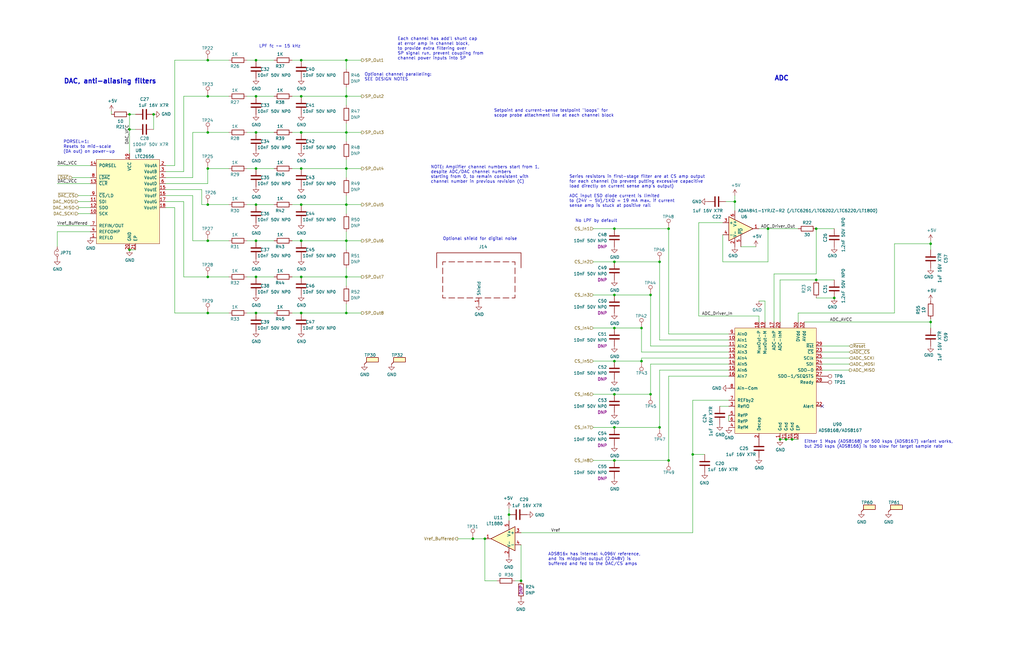
<source format=kicad_sch>
(kicad_sch (version 20211123) (generator eeschema)
  (paper "B")
  (title_block (title "Digital Controls and Voltage Reference") (rev "D3") (company "Martinos Center @ MGH") (comment 1 "Don Straney"))
  (junction (at 146.05 71.12))
  (junction (at 54.61 48.26))
  (junction (at 54.61 54.61))
  (junction (at 281.94 194.31))
  (junction (at 270.51 138.43))
  (junction (at 87.63 86.36))
  (junction (at 331.47 185.42))
  (junction (at 214.63 217.17))
  (junction (at 278.13 180.34))
  (junction (at 351.79 125.73))
  (junction (at 259.08 124.46))
  (junction (at 87.63 40.64))
  (junction (at 87.63 101.6))
  (junction (at 127 71.12))
  (junction (at 278.13 110.49))
  (junction (at 204.47 227.33))
  (junction (at 107.95 40.64))
  (junction (at 259.08 166.37))
  (junction (at 146.05 116.84))
  (junction (at 54.61 105.41))
  (junction (at 107.95 132.08))
  (junction (at 107.95 101.6))
  (junction (at 107.95 86.36))
  (junction (at 146.05 55.88))
  (junction (at 107.95 71.12))
  (junction (at 334.01 185.42))
  (junction (at 127 40.64))
  (junction (at 392.43 135.89))
  (junction (at 292.1 191.77))
  (junction (at 127 25.4))
  (junction (at 127 55.88))
  (junction (at 323.85 96.52))
  (junction (at 274.32 166.37))
  (junction (at 87.63 71.12))
  (junction (at 107.95 116.84))
  (junction (at 274.32 124.46))
  (junction (at 270.51 152.4))
  (junction (at 107.95 55.88))
  (junction (at 199.39 227.33))
  (junction (at 146.05 25.4))
  (junction (at 281.94 96.52))
  (junction (at 259.08 180.34))
  (junction (at 127 116.84))
  (junction (at 87.63 116.84))
  (junction (at 127 132.08))
  (junction (at 87.63 25.4))
  (junction (at 344.17 96.52))
  (junction (at 87.63 132.08))
  (junction (at 127 101.6))
  (junction (at 87.63 55.88))
  (junction (at 127 86.36))
  (junction (at 64.77 48.26))
  (junction (at 259.08 194.31))
  (junction (at 146.05 101.6))
  (junction (at 146.05 40.64))
  (junction (at 259.08 138.43))
  (junction (at 259.08 110.49))
  (junction (at 344.17 118.11))
  (junction (at 107.95 25.4))
  (junction (at 392.43 102.87))
  (junction (at 309.88 85.09))
  (junction (at 259.08 152.4))
  (junction (at 259.08 96.52))
  (junction (at 146.05 86.36))
  (junction (at 219.71 245.11))
  (junction (at 328.93 185.42))
  (junction (at 146.05 132.08))
  (no_connect (at 346.71 171.45))
  (wire (pts (xy 104.14 40.64) (xy 107.95 40.64)))
  (wire (pts (xy 127 40.64) (xy 146.05 40.64)))
  (wire (pts (xy 250.19 180.34) (xy 259.08 180.34)))
  (wire (pts (xy 77.47 116.84) (xy 87.63 116.84)))
  (wire (pts (xy 392.43 101.6) (xy 392.43 102.87)))
  (wire (pts (xy 69.85 77.47) (xy 87.63 77.47)))
  (wire (pts (xy 270.51 148.59) (xy 307.34 148.59)))
  (wire (pts (xy 214.63 214.63) (xy 214.63 217.17)))
  (wire (pts (xy 344.17 115.57) (xy 326.39 115.57)))
  (wire (pts (xy 69.85 69.85) (xy 73.66 69.85)))
  (wire (pts (xy 294.64 93.98) (xy 294.64 133.35)))
  (wire (pts (xy 24.13 77.47) (xy 38.1 77.47)))
  (wire (pts (xy 81.28 82.55) (xy 81.28 101.6)))
  (wire (pts (xy 81.28 101.6) (xy 87.63 101.6)))
  (wire (pts (xy 278.13 143.51) (xy 307.34 143.51)))
  (wire (pts (xy 54.61 54.61) (xy 54.61 64.77)))
  (wire (pts (xy 304.8 99.06) (xy 304.8 110.49)))
  (wire (pts (xy 309.88 85.09) (xy 309.88 88.9)))
  (wire (pts (xy 107.95 40.64) (xy 115.57 40.64)))
  (wire (pts (xy 146.05 82.55) (xy 146.05 86.36)))
  (wire (pts (xy 146.05 29.21) (xy 146.05 25.4)))
  (wire (pts (xy 278.13 110.49) (xy 278.13 143.51)))
  (wire (pts (xy 344.17 125.73) (xy 351.79 125.73)))
  (wire (pts (xy 73.66 69.85) (xy 73.66 25.4)))
  (wire (pts (xy 219.71 224.79) (xy 292.1 224.79)))
  (wire (pts (xy 146.05 116.84) (xy 146.05 120.65)))
  (wire (pts (xy 127 55.88) (xy 146.05 55.88)))
  (wire (pts (xy 259.08 194.31) (xy 281.94 194.31)))
  (wire (pts (xy 331.47 185.42) (xy 334.01 185.42)))
  (wire (pts (xy 259.08 110.49) (xy 278.13 110.49)))
  (wire (pts (xy 85.09 86.36) (xy 87.63 86.36)))
  (wire (pts (xy 38.1 87.63) (xy 33.02 87.63)))
  (wire (pts (xy 344.17 115.57) (xy 344.17 96.52)))
  (wire (pts (xy 392.43 138.43) (xy 392.43 135.89)))
  (wire (pts (xy 146.05 55.88) (xy 152.4 55.88)))
  (wire (pts (xy 46.99 46.99) (xy 46.99 48.26)))
  (wire (pts (xy 336.55 132.08) (xy 336.55 135.89)))
  (wire (pts (xy 123.19 25.4) (xy 127 25.4)))
  (wire (pts (xy 69.85 87.63) (xy 73.66 87.63)))
  (wire (pts (xy 323.85 110.49) (xy 323.85 96.52)))
  (wire (pts (xy 320.04 133.35) (xy 294.64 133.35)))
  (wire (pts (xy 123.19 40.64) (xy 127 40.64)))
  (wire (pts (xy 334.01 185.42) (xy 336.55 185.42)))
  (wire (pts (xy 312.42 104.14) (xy 318.77 104.14)))
  (wire (pts (xy 73.66 87.63) (xy 73.66 132.08)))
  (wire (pts (xy 377.19 132.08) (xy 377.19 102.87)))
  (wire (pts (xy 127 116.84) (xy 146.05 116.84)))
  (wire (pts (xy 107.95 25.4) (xy 115.57 25.4)))
  (wire (pts (xy 146.05 128.27) (xy 146.05 132.08)))
  (wire (pts (xy 297.18 191.77) (xy 292.1 191.77)))
  (wire (pts (xy 322.58 135.89) (xy 322.58 127)))
  (wire (pts (xy 77.47 40.64) (xy 87.63 40.64)))
  (wire (pts (xy 250.19 110.49) (xy 259.08 110.49)))
  (wire (pts (xy 127 71.12) (xy 146.05 71.12)))
  (wire (pts (xy 123.19 86.36) (xy 127 86.36)))
  (wire (pts (xy 127 25.4) (xy 146.05 25.4)))
  (wire (pts (xy 38.1 95.25) (xy 24.13 95.25)))
  (wire (pts (xy 104.14 132.08) (xy 107.95 132.08)))
  (wire (pts (xy 127 132.08) (xy 146.05 132.08)))
  (wire (pts (xy 250.19 152.4) (xy 259.08 152.4)))
  (wire (pts (xy 104.14 101.6) (xy 107.95 101.6)))
  (wire (pts (xy 104.14 55.88) (xy 107.95 55.88)))
  (wire (pts (xy 274.32 166.37) (xy 274.32 153.67)))
  (wire (pts (xy 146.05 97.79) (xy 146.05 101.6)))
  (wire (pts (xy 307.34 175.26) (xy 307.34 177.8)))
  (wire (pts (xy 87.63 86.36) (xy 96.52 86.36)))
  (wire (pts (xy 85.09 80.01) (xy 85.09 86.36)))
  (wire (pts (xy 30.48 74.93) (xy 38.1 74.93)))
  (wire (pts (xy 33.02 90.17) (xy 38.1 90.17)))
  (wire (pts (xy 146.05 116.84) (xy 152.4 116.84)))
  (wire (pts (xy 217.17 245.11) (xy 219.71 245.11)))
  (wire (pts (xy 344.17 96.52) (xy 351.79 96.52)))
  (wire (pts (xy 259.08 124.46) (xy 274.32 124.46)))
  (wire (pts (xy 146.05 44.45) (xy 146.05 40.64)))
  (wire (pts (xy 127 86.36) (xy 146.05 86.36)))
  (wire (pts (xy 209.55 245.11) (xy 204.47 245.11)))
  (wire (pts (xy 344.17 118.11) (xy 351.79 118.11)))
  (wire (pts (xy 274.32 153.67) (xy 307.34 153.67)))
  (wire (pts (xy 270.51 151.13) (xy 307.34 151.13)))
  (wire (pts (xy 87.63 25.4) (xy 96.52 25.4)))
  (wire (pts (xy 107.95 132.08) (xy 115.57 132.08)))
  (wire (pts (xy 346.71 148.59) (xy 358.14 148.59)))
  (wire (pts (xy 199.39 227.33) (xy 193.04 227.33)))
  (wire (pts (xy 87.63 77.47) (xy 87.63 71.12)))
  (wire (pts (xy 304.8 110.49) (xy 323.85 110.49)))
  (wire (pts (xy 214.63 217.17) (xy 214.63 219.71)))
  (wire (pts (xy 146.05 113.03) (xy 146.05 116.84)))
  (wire (pts (xy 81.28 55.88) (xy 87.63 55.88)))
  (wire (pts (xy 259.08 96.52) (xy 281.94 96.52)))
  (wire (pts (xy 278.13 156.21) (xy 307.34 156.21)))
  (wire (pts (xy 320.04 135.89) (xy 320.04 133.35)))
  (wire (pts (xy 107.95 55.88) (xy 115.57 55.88)))
  (wire (pts (xy 146.05 86.36) (xy 146.05 90.17)))
  (wire (pts (xy 54.61 48.26) (xy 54.61 54.61)))
  (wire (pts (xy 104.14 116.84) (xy 107.95 116.84)))
  (wire (pts (xy 87.63 71.12) (xy 96.52 71.12)))
  (wire (pts (xy 259.08 166.37) (xy 274.32 166.37)))
  (wire (pts (xy 336.55 132.08) (xy 377.19 132.08)))
  (wire (pts (xy 281.94 140.97) (xy 281.94 96.52)))
  (wire (pts (xy 77.47 85.09) (xy 77.47 116.84)))
  (wire (pts (xy 73.66 132.08) (xy 87.63 132.08)))
  (wire (pts (xy 346.71 151.13) (xy 358.14 151.13)))
  (wire (pts (xy 77.47 72.39) (xy 77.47 40.64)))
  (wire (pts (xy 270.51 151.13) (xy 270.51 152.4)))
  (wire (pts (xy 123.19 55.88) (xy 127 55.88)))
  (wire (pts (xy 303.53 171.45) (xy 307.34 171.45)))
  (wire (pts (xy 123.19 71.12) (xy 127 71.12)))
  (wire (pts (xy 358.14 146.05) (xy 346.71 146.05)))
  (wire (pts (xy 107.95 116.84) (xy 115.57 116.84)))
  (wire (pts (xy 64.77 54.61) (xy 64.77 48.26)))
  (wire (pts (xy 328.93 118.11) (xy 344.17 118.11)))
  (wire (pts (xy 146.05 71.12) (xy 146.05 74.93)))
  (wire (pts (xy 127 101.6) (xy 146.05 101.6)))
  (wire (pts (xy 107.95 71.12) (xy 115.57 71.12)))
  (wire (pts (xy 250.19 194.31) (xy 259.08 194.31)))
  (wire (pts (xy 274.32 146.05) (xy 274.32 124.46)))
  (wire (pts (xy 146.05 52.07) (xy 146.05 55.88)))
  (wire (pts (xy 250.19 124.46) (xy 259.08 124.46)))
  (wire (pts (xy 146.05 101.6) (xy 146.05 105.41)))
  (wire (pts (xy 87.63 40.64) (xy 96.52 40.64)))
  (wire (pts (xy 146.05 86.36) (xy 152.4 86.36)))
  (wire (pts (xy 146.05 132.08) (xy 152.4 132.08)))
  (wire (pts (xy 339.09 135.89) (xy 392.43 135.89)))
  (wire (pts (xy 250.19 96.52) (xy 259.08 96.52)))
  (wire (pts (xy 392.43 105.41) (xy 392.43 102.87)))
  (wire (pts (xy 87.63 116.84) (xy 96.52 116.84)))
  (wire (pts (xy 24.13 97.79) (xy 38.1 97.79)))
  (wire (pts (xy 307.34 158.75) (xy 281.94 158.75)))
  (wire (pts (xy 294.64 93.98) (xy 304.8 93.98)))
  (wire (pts (xy 204.47 227.33) (xy 204.47 245.11)))
  (wire (pts (xy 270.51 148.59) (xy 270.51 138.43)))
  (wire (pts (xy 87.63 55.88) (xy 96.52 55.88)))
  (wire (pts (xy 309.88 82.55) (xy 309.88 85.09)))
  (wire (pts (xy 306.07 85.09) (xy 309.88 85.09)))
  (wire (pts (xy 73.66 25.4) (xy 87.63 25.4)))
  (wire (pts (xy 146.05 67.31) (xy 146.05 71.12)))
  (wire (pts (xy 104.14 86.36) (xy 107.95 86.36)))
  (wire (pts (xy 250.19 166.37) (xy 259.08 166.37)))
  (wire (pts (xy 123.19 132.08) (xy 127 132.08)))
  (wire (pts (xy 146.05 36.83) (xy 146.05 40.64)))
  (wire (pts (xy 278.13 156.21) (xy 278.13 180.34)))
  (wire (pts (xy 24.13 69.85) (xy 38.1 69.85)))
  (wire (pts (xy 292.1 224.79) (xy 292.1 191.77)))
  (wire (pts (xy 123.19 101.6) (xy 127 101.6)))
  (wire (pts (xy 323.85 96.52) (xy 320.04 96.52)))
  (wire (pts (xy 259.08 138.43) (xy 270.51 138.43)))
  (wire (pts (xy 146.05 101.6) (xy 152.4 101.6)))
  (wire (pts (xy 250.19 138.43) (xy 259.08 138.43)))
  (wire (pts (xy 87.63 132.08) (xy 96.52 132.08)))
  (wire (pts (xy 219.71 229.87) (xy 219.71 245.11)))
  (wire (pts (xy 328.93 135.89) (xy 328.93 118.11)))
  (wire (pts (xy 146.05 40.64) (xy 152.4 40.64)))
  (wire (pts (xy 57.15 54.61) (xy 54.61 54.61)))
  (wire (pts (xy 57.15 105.41) (xy 54.61 105.41)))
  (wire (pts (xy 259.08 180.34) (xy 278.13 180.34)))
  (wire (pts (xy 69.85 74.93) (xy 81.28 74.93)))
  (wire (pts (xy 322.58 127) (xy 320.04 127)))
  (wire (pts (xy 87.63 101.6) (xy 96.52 101.6)))
  (wire (pts (xy 292.1 191.77) (xy 292.1 168.91)))
  (wire (pts (xy 259.08 152.4) (xy 270.51 152.4)))
  (wire (pts (xy 346.71 156.21) (xy 358.14 156.21)))
  (wire (pts (xy 292.1 168.91) (xy 307.34 168.91)))
  (wire (pts (xy 346.71 153.67) (xy 358.14 153.67)))
  (wire (pts (xy 326.39 115.57) (xy 326.39 135.89)))
  (wire (pts (xy 281.94 140.97) (xy 307.34 140.97)))
  (wire (pts (xy 146.05 55.88) (xy 146.05 59.69)))
  (wire (pts (xy 33.02 82.55) (xy 38.1 82.55)))
  (wire (pts (xy 392.43 134.62) (xy 392.43 135.89)))
  (wire (pts (xy 204.47 227.33) (xy 199.39 227.33)))
  (wire (pts (xy 81.28 74.93) (xy 81.28 55.88)))
  (wire (pts (xy 107.95 86.36) (xy 115.57 86.36)))
  (wire (pts (xy 57.15 48.26) (xy 54.61 48.26)))
  (wire (pts (xy 146.05 71.12) (xy 152.4 71.12)))
  (wire (pts (xy 107.95 101.6) (xy 115.57 101.6)))
  (wire (pts (xy 281.94 194.31) (xy 281.94 158.75)))
  (wire (pts (xy 274.32 146.05) (xy 307.34 146.05)))
  (wire (pts (xy 69.85 80.01) (xy 85.09 80.01)))
  (wire (pts (xy 323.85 96.52) (xy 336.55 96.52)))
  (wire (pts (xy 69.85 85.09) (xy 77.47 85.09)))
  (wire (pts (xy 69.85 72.39) (xy 77.47 72.39)))
  (wire (pts (xy 377.19 102.87) (xy 392.43 102.87)))
  (wire (pts (xy 104.14 71.12) (xy 107.95 71.12)))
  (wire (pts (xy 123.19 116.84) (xy 127 116.84)))
  (wire (pts (xy 24.13 104.14) (xy 24.13 97.79)))
  (wire (pts (xy 33.02 85.09) (xy 38.1 85.09)))
  (wire (pts (xy 146.05 25.4) (xy 152.4 25.4)))
  (wire (pts (xy 328.93 185.42) (xy 331.47 185.42)))
  (wire (pts (xy 69.85 82.55) (xy 81.28 82.55)))
  (wire (pts (xy 104.14 25.4) (xy 107.95 25.4)))
  (text "No LPF by default" (at 242.57 93.98 0) (effects (font (size 1.27 1.27)) (justify left bottom)))
  (text "Series resistors in first-stage filter are at CS amp output\nfor each channel (to prevent putting excessive capacitive\nload directly on current sense amp's output)\n\nADC input ESD diode current is limited\nto (24V - 5V)/1KΩ = 19 mA max. if current\nsense amp is stuck at positive rail" (at 240.03 87.63 0) (effects (font (size 1.27 1.27)) (justify left bottom)))
  (text "ADC" (at 332.74 34.29 180) (effects (font (size 2.0066 2.0066) (thickness 0.4013) bold) (justify right bottom)))
  (text "Either 1 Msps (ADS8168) or 500 ksps (ADS8167) variant works,\nbut 250 ksps (ADS8166) is too slow for target sample rate" (at 339.09 189.23 0) (effects (font (size 1.27 1.27)) (justify left bottom)))
  (text "Each channel has add'l shunt cap\nat error amp in channel block,\nto provide extra filtering over\nSP signal run, prevent coupling from\nchannel power inputs into SP" (at 167.64 25.4 0) (effects (font (size 1.27 1.27)) (justify left bottom)))
  (text "Setpoint and current-sense testpoint \"loops\" for\nscope probe attachment live at each channel block" (at 208.28 49.53 0) (effects (font (size 1.27 1.27)) (justify left bottom)))
  (text "DAC, anti-aliasing filters" (at 66.04 35.56 180) (effects (font (size 2.0066 2.0066) (thickness 0.4013) bold) (justify right bottom)))
  (text "NOTE: Amplifier channel numbers start from 1,\ndespite ADC/DAC channel numbers\nstarting from 0, to remain consistent with\nchannel number in previous revision (C)" (at 181.61 77.47 0) (effects (font (size 1.27 1.27)) (justify left bottom)))
  (text "Optional shield for digital noise" (at 186.69 101.6 0) (effects (font (size 1.27 1.27)) (justify left bottom)))
  (text "Optional channel paralleling:\nSEE DESIGN NOTES" (at 153.67 34.29 0) (effects (font (size 1.27 1.27)) (justify left bottom)))
  (text "LPF fc ~= 15 kHz" (at 109.22 20.32 0) (effects (font (size 1.27 1.27)) (justify left bottom)))
  (text "ADS816x has internal 4.096V reference,\nand its midpoint output (2.048V) is\nbuffered and fed to the DAC/CS amps" (at 231.14 238.76 0) (effects (font (size 1.27 1.27)) (justify left bottom)))
  (text "PORSEL=1:\nResets to mid-scale\n(0A out) on power-up" (at 26.67 64.77 0) (effects (font (size 1.27 1.27)) (justify left bottom)))
  (label "DAC_VCC" (at 24.13 77.47 0))
  (label "ADC_Driver_Out" (at 335.28 96.52 180))
  (label "DAC_VCC" (at 24.13 69.85 0))
  (label "Vref_Buffered" (at 24.13 95.25 0))
  (label "ADC_AVCC" (at 359.41 135.89 180))
  (label "ADC_Driver_In" (at 295.91 133.35 0))
  (label "DAC_VCC" (at 54.61 60.96 90))
  (label "Vref" (at 236.22 224.79 180))
  (hierarchical_label "Vref_Buffered" (shape output) (at 193.04 227.33 180))
  (hierarchical_label "SP_Out4" (shape output) (at 152.4 71.12 0))
  (hierarchical_label "~{DAC_CS}" (shape input) (at 33.02 82.55 180))
  (hierarchical_label "ADC_SCKI" (shape input) (at 358.14 151.13 0))
  (hierarchical_label "CS_In7" (shape input) (at 250.19 180.34 180))
  (hierarchical_label "DAC_MISO" (shape output) (at 33.02 87.63 180))
  (hierarchical_label "ADC_MOSI" (shape input) (at 358.14 153.67 0))
  (hierarchical_label "CS_In3" (shape input) (at 250.19 124.46 180))
  (hierarchical_label "~{LDAC}" (shape input) (at 30.48 74.93 180))
  (hierarchical_label "CS_In2" (shape input) (at 250.19 110.49 180))
  (hierarchical_label "CS_In1" (shape input) (at 250.19 96.52 180))
  (hierarchical_label "SP_Out5" (shape output) (at 152.4 86.36 0))
  (hierarchical_label "SP_Out8" (shape output) (at 152.4 132.08 0))
  (hierarchical_label "SP_Out7" (shape output) (at 152.4 116.84 0))
  (hierarchical_label "DAC_MOSI" (shape input) (at 33.02 85.09 180))
  (hierarchical_label "CS_In4" (shape input) (at 250.19 138.43 180))
  (hierarchical_label "CS_In5" (shape input) (at 250.19 152.4 180))
  (hierarchical_label "ADC_MISO" (shape output) (at 358.14 156.21 0))
  (hierarchical_label "SP_Out2" (shape output) (at 152.4 40.64 0))
  (hierarchical_label "SP_Out1" (shape output) (at 152.4 25.4 0))
  (hierarchical_label "SP_Out6" (shape output) (at 152.4 101.6 0))
  (hierarchical_label "DAC_SCKI" (shape input) (at 33.02 90.17 180))
  (hierarchical_label "~{ADC_CS}" (shape input) (at 358.14 148.59 0))
  (hierarchical_label "CS_In6" (shape input) (at 250.19 166.37 180))
  (hierarchical_label "CS_In8" (shape input) (at 250.19 194.31 180))
  (hierarchical_label "~{Reset}" (shape input) (at 358.14 146.05 0))
  (hierarchical_label "SP_Out3" (shape output) (at 152.4 55.88 0))
  (symbol (lib_id "power:+5V") (at 46.99 46.99 0) (unit 1)
    (property "Reference" "#PWR0157" (effects hide))
    (property "Value" "+5V" (at 47.371 42.5958 0))
  )
  (symbol (lib_id "Device:C") (at 60.96 54.61 270) (unit 1)
    (property "Reference" "C28" (at 60.96 58.42 90))
    (property "Value" "100nF 50V X7R" (at 63.5 60.96 90))
    (property "Footprint" "Capacitor_SMD:C_0603_1608Metric" (effects hide))
    (property "Type" "SMT" (effects hide))
    (property "Manufacturer" "Kemet" (effects hide))
    (property "Part Number" "C0603C104K5RACTU" (effects hide))
  )
  (symbol (lib_id "Device:C") (at 392.43 142.24 0) (mirror x) (unit 1)
    (property "Reference" "C59" (at 398.8308 142.24 90))
    (property "Value" "1uF 16V X7R" (at 396.24 146.05 90))
    (property "Footprint" "Capacitor_SMD:C_0603_1608Metric" (effects hide))
    (property "Manufacturer" "Kemet" (effects hide))
    (property "Part Number" "C0603C105K4RACTU" (effects hide))
    (property "Type" "SMT" (effects hide))
  )
  (symbol (lib_id "Device:R") (at 50.8 48.26 90) (unit 1)
    (property "Reference" "R21" (at 50.8 53.5178 90))
    (property "Value" "10" (at 50.8 51.2064 90))
    (property "Footprint" "Resistor_SMD:R_0805_2012Metric" (effects hide))
    (property "Type" "SMT" (effects hide))
    (property "Manufacturer" "KOA Speer" (effects hide))
    (property "Part Number" "RK73H2ATTD10R0F" (effects hide))
  )
  (symbol (lib_id "Device:R") (at 392.43 130.81 0) (unit 1)
    (property "Reference" "R55" (at 387.1722 130.81 90))
    (property "Value" "10" (at 389.4836 130.81 90))
    (property "Footprint" "Resistor_SMD:R_0805_2012Metric" (effects hide))
    (property "Type" "SMT" (effects hide))
    (property "Manufacturer" "KOA Speer" (effects hide))
    (property "Part Number" "RK73H2ATTD10R0F" (effects hide))
  )
  (symbol (lib_id "Device:C") (at 60.96 48.26 270) (mirror x) (unit 1)
    (property "Reference" "C27" (at 60.96 41.8592 90))
    (property "Value" "1uF 16V X7R" (at 64.77 44.45 90))
    (property "Footprint" "Capacitor_SMD:C_0603_1608Metric" (effects hide))
    (property "Manufacturer" "Kemet" (effects hide))
    (property "Part Number" "C0603C105K4RACTU" (effects hide))
    (property "Type" "SMT" (effects hide))
  )
  (symbol (lib_id "Amplifier_Operational:MCP601-xOT") (at 212.09 227.33 0) (mirror y) (unit 1)
    (property "Reference" "U11" (at 212.09 218.44 0) (effects (justify left)))
    (property "Value" "LT1880" (at 212.09 220.98 0) (effects (justify left)))
    (property "Footprint" "Martinos_std:SOT-23-5" (effects hide))
    (property "Manufacturer" "Linear Technology/Analog Devices" (effects hide))
    (property "Part Number" "LT1880IS5#TRMPBF" (effects hide))
    (property "Type" "SMT" (effects hide))
  )
  (symbol (lib_id "Device:C") (at 218.44 217.17 90) (unit 1)
    (property "Reference" "C29" (at 220.98 210.82 90))
    (property "Value" "1uF 16V X7R" (at 222.25 213.36 90))
    (property "Footprint" "Capacitor_SMD:C_0603_1608Metric" (effects hide))
    (property "Manufacturer" "Kemet" (effects hide))
    (property "Part Number" "C0603C105K4RACTU" (effects hide))
    (property "Type" "SMT" (effects hide))
  )
  (symbol (lib_id "power:+5V") (at 214.63 214.63 0) (mirror y) (unit 1)
    (property "Reference" "#PWR0161" (effects hide))
    (property "Value" "+5V" (at 214.249 210.2358 0))
  )
  (symbol (lib_id "Device:R") (at 213.36 245.11 90) (unit 1)
    (property "Reference" "R36" (at 214.63 242.57 90))
    (property "Value" "0" (at 210.82 242.57 90))
    (property "Footprint" "Resistor_SMD:R_0805_2012Metric" (effects hide))
    (property "Type" "SMT" (effects hide))
    (property "Manufacturer" "Keystone" (effects hide))
    (property "Part Number" "5106" (effects hide))
  )
  (symbol (lib_id "Device:R") (at 219.71 248.92 0) (unit 1)
    (property "Reference" "R24" (at 223.52 247.65 0))
    (property "Value" "DNP" (at 223.52 250.19 0))
    (property "Footprint" "Resistor_SMD:R_0805_2012Metric" (effects hide))
    (property "DNP" "DNP" (at 219.71 248.92 90))
    (property "Type" "SMT" (effects hide))
  )
  (symbol (lib_id "amp-ctrl-rescue:LTC2656-Martinos") (at 54.61 83.82 0) (unit 1)
    (property "Reference" "U8" (at 58.42 63.5 0))
    (property "Value" "LTC2656" (at 60.96 66.04 0))
    (property "Footprint" "Martinos:SSOP-20-1EP_4.4x6.5mm_P0.65mm" (effects hide))
    (property "Manufacturer" "Linear Technology/Analog Devices" (effects hide))
    (property "Part Number" "LTC2656BCFE-L16#PBF" (effects hide))
    (property "Type" "SMT" (effects hide))
    (property "Manufacturer Alt." "Linear Technology/Analog Devices" (effects hide))
    (property "Part Number Alt." "LTC2656BCFE-H16#PBF, LTC2656BIFE-L16#PBF, LTC2656BIFE-H16#PBF" (effects hide))
  )
  (symbol (lib_id "Connector:TestPoint") (at 281.94 96.52 0) (unit 1) (in_bom no)
    (property "Reference" "TP48" (at 279.4 91.44 0) (effects (justify left)))
    (property "Value" "TestPoint_Flag" (effects hide))
    (property "Footprint" "TestPoint:TestPoint_Pad_1.0x1.0mm" (effects hide))
  )
  (symbol (lib_id "Connector:TestPoint") (at 278.13 110.49 0) (unit 1) (in_bom no)
    (property "Reference" "TP46" (at 275.59 105.41 0) (effects (justify left)))
    (property "Value" "TestPoint_Flag" (effects hide))
    (property "Footprint" "TestPoint:TestPoint_Pad_1.0x1.0mm" (effects hide))
  )
  (symbol (lib_id "Connector:TestPoint") (at 274.32 124.46 0) (unit 1) (in_bom no)
    (property "Reference" "TP44" (at 271.78 119.38 0) (effects (justify left)))
    (property "Value" "TestPoint_Flag" (effects hide))
    (property "Footprint" "TestPoint:TestPoint_Pad_1.0x1.0mm" (effects hide))
  )
  (symbol (lib_id "Connector:TestPoint") (at 270.51 138.43 0) (unit 1) (in_bom no)
    (property "Reference" "TP42" (at 267.97 133.35 0) (effects (justify left)))
    (property "Value" "TestPoint_Flag" (effects hide))
    (property "Footprint" "TestPoint:TestPoint_Pad_1.0x1.0mm" (effects hide))
  )
  (symbol (lib_id "Connector:TestPoint") (at 270.51 152.4 180) (unit 1) (in_bom no)
    (property "Reference" "TP43" (at 273.05 157.48 0) (effects (justify left)))
    (property "Value" "TestPoint_Flag" (effects hide))
    (property "Footprint" "TestPoint:TestPoint_Pad_1.0x1.0mm" (effects hide))
  )
  (symbol (lib_id "Connector:TestPoint") (at 274.32 166.37 180) (unit 1) (in_bom no)
    (property "Reference" "TP45" (at 276.86 171.45 0) (effects (justify left)))
    (property "Value" "TestPoint_Flag" (effects hide))
    (property "Footprint" "TestPoint:TestPoint_Pad_1.0x1.0mm" (effects hide))
  )
  (symbol (lib_id "Connector:TestPoint") (at 278.13 180.34 180) (unit 1) (in_bom no)
    (property "Reference" "TP47" (at 280.67 185.42 0) (effects (justify left)))
    (property "Value" "TestPoint_Flag" (effects hide))
    (property "Footprint" "TestPoint:TestPoint_Pad_1.0x1.0mm" (effects hide))
  )
  (symbol (lib_id "Connector:TestPoint") (at 281.94 194.31 180) (unit 1) (in_bom no)
    (property "Reference" "TP49" (at 284.48 199.39 0) (effects (justify left)))
    (property "Value" "TestPoint_Flag" (effects hide))
    (property "Footprint" "TestPoint:TestPoint_Pad_1.0x1.0mm" (effects hide))
  )
  (symbol (lib_id "Device:C") (at 259.08 100.33 180) (unit 1)
    (property "Reference" "C48" (at 254 99.06 0))
    (property "Value" "10nF 50V NP0" (at 248.92 101.6 0))
    (property "Footprint" "Capacitor_SMD:C_0603_1608Metric" (effects hide))
    (property "Type" "SMT" (effects hide))
    (property "Manufacturer" "Murata" (effects hide))
    (property "Part Number" "GRM1885C1H103JA01D" (effects hide))
    (property "DNP" "DNP" (at 254 104.14 0))
  )
  (symbol (lib_id "Device:C") (at 259.08 114.3 180) (unit 1)
    (property "Reference" "C49" (at 254 113.03 0))
    (property "Value" "10nF 50V NP0" (at 248.92 115.57 0))
    (property "Footprint" "Capacitor_SMD:C_0603_1608Metric" (effects hide))
    (property "Type" "SMT" (effects hide))
    (property "Manufacturer" "Murata" (effects hide))
    (property "Part Number" "GRM1885C1H103JA01D" (effects hide))
    (property "DNP" "DNP" (at 254 118.11 0))
  )
  (symbol (lib_id "Device:C") (at 259.08 128.27 180) (unit 1)
    (property "Reference" "C50" (at 254 127 0))
    (property "Value" "10nF 50V NP0" (at 248.92 129.54 0))
    (property "Footprint" "Capacitor_SMD:C_0603_1608Metric" (effects hide))
    (property "Type" "SMT" (effects hide))
    (property "Manufacturer" "Murata" (effects hide))
    (property "Part Number" "GRM1885C1H103JA01D" (effects hide))
    (property "DNP" "DNP" (at 254 132.08 0))
  )
  (symbol (lib_id "Device:C") (at 259.08 142.24 180) (unit 1)
    (property "Reference" "C51" (at 254 140.97 0))
    (property "Value" "10nF 50V NP0" (at 248.92 143.51 0))
    (property "Footprint" "Capacitor_SMD:C_0603_1608Metric" (effects hide))
    (property "Type" "SMT" (effects hide))
    (property "Manufacturer" "Murata" (effects hide))
    (property "Part Number" "GRM1885C1H103JA01D" (effects hide))
    (property "DNP" "DNP" (at 254 146.05 0))
  )
  (symbol (lib_id "Device:C") (at 259.08 156.21 180) (unit 1)
    (property "Reference" "C52" (at 254 154.94 0))
    (property "Value" "10nF 50V NP0" (at 248.92 157.48 0))
    (property "Footprint" "Capacitor_SMD:C_0603_1608Metric" (effects hide))
    (property "Type" "SMT" (effects hide))
    (property "Manufacturer" "Murata" (effects hide))
    (property "Part Number" "GRM1885C1H103JA01D" (effects hide))
    (property "DNP" "DNP" (at 254 160.02 0))
  )
  (symbol (lib_id "Device:C") (at 259.08 170.18 180) (unit 1)
    (property "Reference" "C53" (at 254 168.91 0))
    (property "Value" "10nF 50V NP0" (at 248.92 171.45 0))
    (property "Footprint" "Capacitor_SMD:C_0603_1608Metric" (effects hide))
    (property "Type" "SMT" (effects hide))
    (property "Manufacturer" "Murata" (effects hide))
    (property "Part Number" "GRM1885C1H103JA01D" (effects hide))
    (property "DNP" "DNP" (at 254 173.99 0))
  )
  (symbol (lib_id "Device:C") (at 259.08 184.15 180) (unit 1)
    (property "Reference" "C54" (at 254 182.88 0))
    (property "Value" "10nF 50V NP0" (at 248.92 185.42 0))
    (property "Footprint" "Capacitor_SMD:C_0603_1608Metric" (effects hide))
    (property "Type" "SMT" (effects hide))
    (property "Manufacturer" "Murata" (effects hide))
    (property "Part Number" "GRM1885C1H103JA01D" (effects hide))
    (property "DNP" "DNP" (at 254 187.96 0))
  )
  (symbol (lib_id "Device:C") (at 259.08 198.12 180) (unit 1)
    (property "Reference" "C55" (at 254 196.85 0))
    (property "Value" "10nF 50V NP0" (at 248.92 199.39 0))
    (property "Footprint" "Capacitor_SMD:C_0603_1608Metric" (effects hide))
    (property "Type" "SMT" (effects hide))
    (property "Manufacturer" "Murata" (effects hide))
    (property "Part Number" "GRM1885C1H103JA01D" (effects hide))
    (property "DNP" "DNP" (at 254 201.93 0))
  )
  (symbol (lib_id "amp-ctrl-rescue:Jumper_NC_Small-Device") (at 24.13 106.68 90) (unit 1) (in_bom no)
    (property "Reference" "JP71" (at 25.3492 106.68 90) (effects (justify right)))
    (property "Value" "Jumper_NC_Small" (effects hide))
    (property "Footprint" "Jumper:SolderJumper-2_P1.3mm_Bridged_RoundedPad1.0x1.5mm" (effects hide))
  )
  (symbol (lib_id "Connector:TestPoint_Flag") (at 363.22 215.9 0) (unit 1)
    (property "Reference" "TP60" (at 363.22 212.09 0) (effects (justify left)))
    (property "Value" "TestPoint_Flag" (effects hide))
    (property "Footprint" "TestPoint:TestPoint_Keystone_5019_Minature" (effects hide))
    (property "Type" "SMT" (effects hide))
    (property "Manufacturer" "Keystone" (effects hide))
    (property "Part Number" "5019" (effects hide))
  )
  (symbol (lib_id "power:GND") (at 363.22 215.9 0) (unit 1)
    (property "Reference" "#PWR0169" (effects hide))
    (property "Value" "GND" (at 363.347 220.2942 0))
  )
  (symbol (lib_id "Connector:TestPoint_Flag") (at 374.65 215.9 0) (unit 1)
    (property "Reference" "TP61" (at 374.65 212.09 0) (effects (justify left)))
    (property "Value" "TestPoint_Flag" (effects hide))
    (property "Footprint" "TestPoint:TestPoint_Keystone_5019_Minature" (effects hide))
    (property "Type" "SMT" (effects hide))
    (property "Manufacturer" "Keystone" (effects hide))
    (property "Part Number" "5019" (effects hide))
  )
  (symbol (lib_id "power:GND") (at 374.65 215.9 0) (unit 1)
    (property "Reference" "#PWR0170" (effects hide))
    (property "Value" "GND" (at 374.777 220.2942 0))
  )
  (symbol (lib_id "power:GND") (at 392.43 146.05 0) (unit 1)
    (property "Reference" "#PWR0173" (effects hide))
    (property "Value" "GND" (at 393.7 149.86 0) (effects (justify right)))
  )
  (symbol (lib_id "power:GND") (at 259.08 104.14 0) (unit 1)
    (property "Reference" "#PWR0174" (effects hide))
    (property "Value" "GND" (at 259.207 108.5342 0))
  )
  (symbol (lib_id "power:GND") (at 259.08 118.11 0) (unit 1)
    (property "Reference" "#PWR0175" (effects hide))
    (property "Value" "GND" (at 259.207 122.5042 0))
  )
  (symbol (lib_id "power:GND") (at 259.08 132.08 0) (unit 1)
    (property "Reference" "#PWR0176" (effects hide))
    (property "Value" "GND" (at 259.207 136.4742 0))
  )
  (symbol (lib_id "power:GND") (at 259.08 146.05 0) (unit 1)
    (property "Reference" "#PWR0177" (effects hide))
    (property "Value" "GND" (at 259.207 150.4442 0))
  )
  (symbol (lib_id "power:GND") (at 259.08 160.02 0) (unit 1)
    (property "Reference" "#PWR0178" (effects hide))
    (property "Value" "GND" (at 259.207 164.4142 0))
  )
  (symbol (lib_id "power:GND") (at 259.08 173.99 0) (unit 1)
    (property "Reference" "#PWR0179" (effects hide))
    (property "Value" "GND" (at 259.207 178.3842 0))
  )
  (symbol (lib_id "power:GND") (at 259.08 187.96 0) (unit 1)
    (property "Reference" "#PWR0180" (effects hide))
    (property "Value" "GND" (at 259.207 192.3542 0))
  )
  (symbol (lib_id "power:GND") (at 259.08 201.93 0) (unit 1)
    (property "Reference" "#PWR0181" (effects hide))
    (property "Value" "GND" (at 259.207 206.3242 0))
  )
  (symbol (lib_id "Connector:TestPoint") (at 87.63 25.4 0) (unit 1) (in_bom no)
    (property "Reference" "TP22" (at 85.09 20.32 0) (effects (justify left)))
    (property "Value" "TestPoint_Flag" (effects hide))
    (property "Footprint" "TestPoint:TestPoint_Pad_1.0x1.0mm" (effects hide))
  )
  (symbol (lib_id "Device:R") (at 100.33 25.4 90) (unit 1)
    (property "Reference" "R26" (at 99.06 27.94 90))
    (property "Value" "1K" (at 99.06 22.86 90))
    (property "Footprint" "Resistor_SMD:R_0805_2012Metric" (effects hide))
    (property "Type" "SMT" (effects hide))
    (property "Manufacturer" "KOA Speer" (effects hide))
    (property "Part Number" "RK73H2ATTDD1001F" (effects hide))
  )
  (symbol (lib_id "Device:C") (at 107.95 29.21 180) (unit 1)
    (property "Reference" "C32" (at 111.76 29.21 0))
    (property "Value" "10nF 50V NP0" (at 115.57 31.75 0))
    (property "Footprint" "Capacitor_SMD:C_0603_1608Metric" (effects hide))
    (property "Type" "SMT" (effects hide))
    (property "Manufacturer" "Murata" (effects hide))
    (property "Part Number" "GRM1885C1H103JA01D" (effects hide))
  )
  (symbol (lib_id "power:GND") (at 107.95 33.02 0) (unit 1)
    (property "Reference" "#PWR0182" (effects hide))
    (property "Value" "GND" (at 108.077 37.4142 0))
  )
  (symbol (lib_id "Device:R") (at 119.38 25.4 90) (unit 1)
    (property "Reference" "R37" (at 118.11 27.94 90))
    (property "Value" "1K" (at 118.11 22.86 90))
    (property "Footprint" "Resistor_SMD:R_0805_2012Metric" (effects hide))
    (property "Type" "SMT" (effects hide))
    (property "Manufacturer" "KOA Speer" (effects hide))
    (property "Part Number" "RK73H2ATTDD1001F" (effects hide))
  )
  (symbol (lib_id "Device:C") (at 127 29.21 180) (unit 1)
    (property "Reference" "C40" (at 130.81 29.21 0))
    (property "Value" "10nF 50V NP0" (at 134.62 31.75 0))
    (property "Footprint" "Capacitor_SMD:C_0603_1608Metric" (effects hide))
    (property "Type" "SMT" (effects hide))
    (property "Manufacturer" "Murata" (effects hide))
    (property "Part Number" "GRM1885C1H103JA01D" (effects hide))
  )
  (symbol (lib_id "power:GND") (at 127 33.02 0) (unit 1)
    (property "Reference" "#PWR0183" (effects hide))
    (property "Value" "GND" (at 127.127 37.4142 0))
  )
  (symbol (lib_id "Connector:TestPoint") (at 87.63 40.64 0) (unit 1) (in_bom no)
    (property "Reference" "TP23" (at 85.09 35.56 0) (effects (justify left)))
    (property "Value" "TestPoint_Flag" (effects hide))
    (property "Footprint" "TestPoint:TestPoint_Pad_1.0x1.0mm" (effects hide))
  )
  (symbol (lib_id "Device:R") (at 100.33 40.64 90) (unit 1)
    (property "Reference" "R27" (at 99.06 43.18 90))
    (property "Value" "1K" (at 99.06 38.1 90))
    (property "Footprint" "Resistor_SMD:R_0805_2012Metric" (effects hide))
    (property "Type" "SMT" (effects hide))
    (property "Manufacturer" "KOA Speer" (effects hide))
    (property "Part Number" "RK73H2ATTDD1001F" (effects hide))
  )
  (symbol (lib_id "Device:C") (at 107.95 44.45 180) (unit 1)
    (property "Reference" "C33" (at 111.76 44.45 0))
    (property "Value" "10nF 50V NP0" (at 115.57 46.99 0))
    (property "Footprint" "Capacitor_SMD:C_0603_1608Metric" (effects hide))
    (property "Type" "SMT" (effects hide))
    (property "Manufacturer" "Murata" (effects hide))
    (property "Part Number" "GRM1885C1H103JA01D" (effects hide))
  )
  (symbol (lib_id "power:GND") (at 107.95 48.26 0) (unit 1)
    (property "Reference" "#PWR0184" (effects hide))
    (property "Value" "GND" (at 108.077 52.6542 0))
  )
  (symbol (lib_id "Device:R") (at 119.38 40.64 90) (unit 1)
    (property "Reference" "R38" (at 118.11 43.18 90))
    (property "Value" "1K" (at 118.11 38.1 90))
    (property "Footprint" "Resistor_SMD:R_0805_2012Metric" (effects hide))
    (property "Type" "SMT" (effects hide))
    (property "Manufacturer" "KOA Speer" (effects hide))
    (property "Part Number" "RK73H2ATTDD1001F" (effects hide))
  )
  (symbol (lib_id "Device:C") (at 127 44.45 180) (unit 1)
    (property "Reference" "C41" (at 130.81 44.45 0))
    (property "Value" "10nF 50V NP0" (at 134.62 46.99 0))
    (property "Footprint" "Capacitor_SMD:C_0603_1608Metric" (effects hide))
    (property "Type" "SMT" (effects hide))
    (property "Manufacturer" "Murata" (effects hide))
    (property "Part Number" "GRM1885C1H103JA01D" (effects hide))
  )
  (symbol (lib_id "power:GND") (at 127 48.26 0) (unit 1)
    (property "Reference" "#PWR0185" (effects hide))
    (property "Value" "GND" (at 127.127 52.6542 0))
  )
  (symbol (lib_id "Connector:TestPoint") (at 87.63 55.88 0) (unit 1) (in_bom no)
    (property "Reference" "TP24" (at 85.09 50.8 0) (effects (justify left)))
    (property "Value" "TestPoint_Flag" (effects hide))
    (property "Footprint" "TestPoint:TestPoint_Pad_1.0x1.0mm" (effects hide))
  )
  (symbol (lib_id "Device:R") (at 100.33 55.88 90) (unit 1)
    (property "Reference" "R28" (at 99.06 58.42 90))
    (property "Value" "1K" (at 99.06 53.34 90))
    (property "Footprint" "Resistor_SMD:R_0805_2012Metric" (effects hide))
    (property "Type" "SMT" (effects hide))
    (property "Manufacturer" "KOA Speer" (effects hide))
    (property "Part Number" "RK73H2ATTDD1001F" (effects hide))
  )
  (symbol (lib_id "Device:C") (at 107.95 59.69 180) (unit 1)
    (property "Reference" "C34" (at 111.76 59.69 0))
    (property "Value" "10nF 50V NP0" (at 115.57 62.23 0))
    (property "Footprint" "Capacitor_SMD:C_0603_1608Metric" (effects hide))
    (property "Type" "SMT" (effects hide))
    (property "Manufacturer" "Murata" (effects hide))
    (property "Part Number" "GRM1885C1H103JA01D" (effects hide))
  )
  (symbol (lib_id "power:GND") (at 107.95 63.5 0) (unit 1)
    (property "Reference" "#PWR0186" (effects hide))
    (property "Value" "GND" (at 108.077 67.8942 0))
  )
  (symbol (lib_id "Device:R") (at 119.38 55.88 90) (unit 1)
    (property "Reference" "R39" (at 118.11 58.42 90))
    (property "Value" "1K" (at 118.11 53.34 90))
    (property "Footprint" "Resistor_SMD:R_0805_2012Metric" (effects hide))
    (property "Type" "SMT" (effects hide))
    (property "Manufacturer" "KOA Speer" (effects hide))
    (property "Part Number" "RK73H2ATTDD1001F" (effects hide))
  )
  (symbol (lib_id "Device:C") (at 127 59.69 180) (unit 1)
    (property "Reference" "C42" (at 130.81 59.69 0))
    (property "Value" "10nF 50V NP0" (at 134.62 62.23 0))
    (property "Footprint" "Capacitor_SMD:C_0603_1608Metric" (effects hide))
    (property "Type" "SMT" (effects hide))
    (property "Manufacturer" "Murata" (effects hide))
    (property "Part Number" "GRM1885C1H103JA01D" (effects hide))
  )
  (symbol (lib_id "power:GND") (at 127 63.5 0) (unit 1)
    (property "Reference" "#PWR0187" (effects hide))
    (property "Value" "GND" (at 127.127 67.8942 0))
  )
  (symbol (lib_id "Connector:TestPoint") (at 87.63 71.12 0) (unit 1) (in_bom no)
    (property "Reference" "TP25" (at 85.09 66.04 0) (effects (justify left)))
    (property "Value" "TestPoint_Flag" (effects hide))
    (property "Footprint" "TestPoint:TestPoint_Pad_1.0x1.0mm" (effects hide))
  )
  (symbol (lib_id "Device:R") (at 100.33 71.12 90) (unit 1)
    (property "Reference" "R29" (at 99.06 73.66 90))
    (property "Value" "1K" (at 99.06 68.58 90))
    (property "Footprint" "Resistor_SMD:R_0805_2012Metric" (effects hide))
    (property "Type" "SMT" (effects hide))
    (property "Manufacturer" "KOA Speer" (effects hide))
    (property "Part Number" "RK73H2ATTDD1001F" (effects hide))
  )
  (symbol (lib_id "Device:C") (at 107.95 74.93 180) (unit 1)
    (property "Reference" "C35" (at 111.76 74.93 0))
    (property "Value" "10nF 50V NP0" (at 115.57 77.47 0))
    (property "Footprint" "Capacitor_SMD:C_0603_1608Metric" (effects hide))
    (property "Type" "SMT" (effects hide))
    (property "Manufacturer" "Murata" (effects hide))
    (property "Part Number" "GRM1885C1H103JA01D" (effects hide))
  )
  (symbol (lib_id "power:GND") (at 107.95 78.74 0) (unit 1)
    (property "Reference" "#PWR0188" (effects hide))
    (property "Value" "GND" (at 108.077 83.1342 0))
  )
  (symbol (lib_id "Device:R") (at 119.38 71.12 90) (unit 1)
    (property "Reference" "R40" (at 118.11 73.66 90))
    (property "Value" "1K" (at 118.11 68.58 90))
    (property "Footprint" "Resistor_SMD:R_0805_2012Metric" (effects hide))
    (property "Type" "SMT" (effects hide))
    (property "Manufacturer" "KOA Speer" (effects hide))
    (property "Part Number" "RK73H2ATTDD1001F" (effects hide))
  )
  (symbol (lib_id "Device:C") (at 127 74.93 180) (unit 1)
    (property "Reference" "C43" (at 130.81 74.93 0))
    (property "Value" "10nF 50V NP0" (at 134.62 77.47 0))
    (property "Footprint" "Capacitor_SMD:C_0603_1608Metric" (effects hide))
    (property "Type" "SMT" (effects hide))
    (property "Manufacturer" "Murata" (effects hide))
    (property "Part Number" "GRM1885C1H103JA01D" (effects hide))
  )
  (symbol (lib_id "power:GND") (at 127 78.74 0) (unit 1)
    (property "Reference" "#PWR0189" (effects hide))
    (property "Value" "GND" (at 127.127 83.1342 0))
  )
  (symbol (lib_id "Connector:TestPoint") (at 87.63 86.36 0) (unit 1) (in_bom no)
    (property "Reference" "TP26" (at 86.36 81.28 0) (effects (justify left)))
    (property "Value" "TestPoint_Flag" (effects hide))
    (property "Footprint" "TestPoint:TestPoint_Pad_1.0x1.0mm" (effects hide))
  )
  (symbol (lib_id "Device:R") (at 100.33 86.36 90) (unit 1)
    (property "Reference" "R30" (at 99.06 88.9 90))
    (property "Value" "1K" (at 99.06 83.82 90))
    (property "Footprint" "Resistor_SMD:R_0805_2012Metric" (effects hide))
    (property "Type" "SMT" (effects hide))
    (property "Manufacturer" "KOA Speer" (effects hide))
    (property "Part Number" "RK73H2ATTDD1001F" (effects hide))
  )
  (symbol (lib_id "Device:C") (at 107.95 90.17 180) (unit 1)
    (property "Reference" "C36" (at 111.76 90.17 0))
    (property "Value" "10nF 50V NP0" (at 115.57 92.71 0))
    (property "Footprint" "Capacitor_SMD:C_0603_1608Metric" (effects hide))
    (property "Type" "SMT" (effects hide))
    (property "Manufacturer" "Murata" (effects hide))
    (property "Part Number" "GRM1885C1H103JA01D" (effects hide))
  )
  (symbol (lib_id "power:GND") (at 107.95 93.98 0) (unit 1)
    (property "Reference" "#PWR0190" (effects hide))
    (property "Value" "GND" (at 108.077 98.3742 0))
  )
  (symbol (lib_id "Device:R") (at 119.38 86.36 90) (unit 1)
    (property "Reference" "R42" (at 118.11 88.9 90))
    (property "Value" "1K" (at 118.11 83.82 90))
    (property "Footprint" "Resistor_SMD:R_0805_2012Metric" (effects hide))
    (property "Type" "SMT" (effects hide))
    (property "Manufacturer" "KOA Speer" (effects hide))
    (property "Part Number" "RK73H2ATTDD1001F" (effects hide))
  )
  (symbol (lib_id "Device:C") (at 127 90.17 180) (unit 1)
    (property "Reference" "C44" (at 130.81 90.17 0))
    (property "Value" "10nF 50V NP0" (at 134.62 92.71 0))
    (property "Footprint" "Capacitor_SMD:C_0603_1608Metric" (effects hide))
    (property "Type" "SMT" (effects hide))
    (property "Manufacturer" "Murata" (effects hide))
    (property "Part Number" "GRM1885C1H103JA01D" (effects hide))
  )
  (symbol (lib_id "power:GND") (at 127 93.98 0) (unit 1)
    (property "Reference" "#PWR0191" (effects hide))
    (property "Value" "GND" (at 127.127 98.3742 0))
  )
  (symbol (lib_id "Connector:TestPoint") (at 87.63 101.6 0) (unit 1) (in_bom no)
    (property "Reference" "TP27" (at 85.09 96.52 0) (effects (justify left)))
    (property "Value" "TestPoint_Flag" (effects hide))
    (property "Footprint" "TestPoint:TestPoint_Pad_1.0x1.0mm" (effects hide))
  )
  (symbol (lib_id "Device:R") (at 100.33 101.6 90) (unit 1)
    (property "Reference" "R31" (at 99.06 104.14 90))
    (property "Value" "1K" (at 99.06 99.06 90))
    (property "Footprint" "Resistor_SMD:R_0805_2012Metric" (effects hide))
    (property "Type" "SMT" (effects hide))
    (property "Manufacturer" "KOA Speer" (effects hide))
    (property "Part Number" "RK73H2ATTDD1001F" (effects hide))
  )
  (symbol (lib_id "Device:C") (at 107.95 105.41 180) (unit 1)
    (property "Reference" "C37" (at 111.76 105.41 0))
    (property "Value" "10nF 50V NP0" (at 115.57 107.95 0))
    (property "Footprint" "Capacitor_SMD:C_0603_1608Metric" (effects hide))
    (property "Type" "SMT" (effects hide))
    (property "Manufacturer" "Murata" (effects hide))
    (property "Part Number" "GRM1885C1H103JA01D" (effects hide))
  )
  (symbol (lib_id "power:GND") (at 107.95 109.22 0) (unit 1)
    (property "Reference" "#PWR0192" (effects hide))
    (property "Value" "GND" (at 108.077 113.6142 0))
  )
  (symbol (lib_id "Device:R") (at 119.38 101.6 90) (unit 1)
    (property "Reference" "R43" (at 118.11 104.14 90))
    (property "Value" "1K" (at 118.11 99.06 90))
    (property "Footprint" "Resistor_SMD:R_0805_2012Metric" (effects hide))
    (property "Type" "SMT" (effects hide))
    (property "Manufacturer" "KOA Speer" (effects hide))
    (property "Part Number" "RK73H2ATTDD1001F" (effects hide))
  )
  (symbol (lib_id "Device:C") (at 127 105.41 180) (unit 1)
    (property "Reference" "C45" (at 130.81 105.41 0))
    (property "Value" "10nF 50V NP0" (at 134.62 107.95 0))
    (property "Footprint" "Capacitor_SMD:C_0603_1608Metric" (effects hide))
    (property "Type" "SMT" (effects hide))
    (property "Manufacturer" "Murata" (effects hide))
    (property "Part Number" "GRM1885C1H103JA01D" (effects hide))
  )
  (symbol (lib_id "power:GND") (at 127 109.22 0) (unit 1)
    (property "Reference" "#PWR0193" (effects hide))
    (property "Value" "GND" (at 127.127 113.6142 0))
  )
  (symbol (lib_id "Connector:TestPoint") (at 87.63 116.84 0) (unit 1) (in_bom no)
    (property "Reference" "TP28" (at 85.09 111.76 0) (effects (justify left)))
    (property "Value" "TestPoint_Flag" (effects hide))
    (property "Footprint" "TestPoint:TestPoint_Pad_1.0x1.0mm" (effects hide))
  )
  (symbol (lib_id "Device:R") (at 100.33 116.84 90) (unit 1)
    (property "Reference" "R32" (at 99.06 119.38 90))
    (property "Value" "1K" (at 99.06 114.3 90))
    (property "Footprint" "Resistor_SMD:R_0805_2012Metric" (effects hide))
    (property "Type" "SMT" (effects hide))
    (property "Manufacturer" "KOA Speer" (effects hide))
    (property "Part Number" "RK73H2ATTDD1001F" (effects hide))
  )
  (symbol (lib_id "Device:C") (at 107.95 120.65 180) (unit 1)
    (property "Reference" "C38" (at 111.76 120.65 0))
    (property "Value" "10nF 50V NP0" (at 115.57 123.19 0))
    (property "Footprint" "Capacitor_SMD:C_0603_1608Metric" (effects hide))
    (property "Type" "SMT" (effects hide))
    (property "Manufacturer" "Murata" (effects hide))
    (property "Part Number" "GRM1885C1H103JA01D" (effects hide))
  )
  (symbol (lib_id "power:GND") (at 107.95 124.46 0) (unit 1)
    (property "Reference" "#PWR0194" (effects hide))
    (property "Value" "GND" (at 108.077 128.8542 0))
  )
  (symbol (lib_id "Device:R") (at 119.38 116.84 90) (unit 1)
    (property "Reference" "R44" (at 118.11 119.38 90))
    (property "Value" "1K" (at 118.11 114.3 90))
    (property "Footprint" "Resistor_SMD:R_0805_2012Metric" (effects hide))
    (property "Type" "SMT" (effects hide))
    (property "Manufacturer" "KOA Speer" (effects hide))
    (property "Part Number" "RK73H2ATTDD1001F" (effects hide))
  )
  (symbol (lib_id "Device:C") (at 127 120.65 180) (unit 1)
    (property "Reference" "C46" (at 130.81 120.65 0))
    (property "Value" "10nF 50V NP0" (at 134.62 123.19 0))
    (property "Footprint" "Capacitor_SMD:C_0603_1608Metric" (effects hide))
    (property "Type" "SMT" (effects hide))
    (property "Manufacturer" "Murata" (effects hide))
    (property "Part Number" "GRM1885C1H103JA01D" (effects hide))
  )
  (symbol (lib_id "power:GND") (at 127 124.46 0) (unit 1)
    (property "Reference" "#PWR0195" (effects hide))
    (property "Value" "GND" (at 127.127 128.8542 0))
  )
  (symbol (lib_id "Connector:TestPoint") (at 87.63 132.08 0) (unit 1) (in_bom no)
    (property "Reference" "TP29" (at 85.09 127 0) (effects (justify left)))
    (property "Value" "TestPoint_Flag" (effects hide))
    (property "Footprint" "TestPoint:TestPoint_Pad_1.0x1.0mm" (effects hide))
  )
  (symbol (lib_id "Device:R") (at 100.33 132.08 90) (unit 1)
    (property "Reference" "R33" (at 99.06 134.62 90))
    (property "Value" "1K" (at 99.06 129.54 90))
    (property "Footprint" "Resistor_SMD:R_0805_2012Metric" (effects hide))
    (property "Type" "SMT" (effects hide))
    (property "Manufacturer" "KOA Speer" (effects hide))
    (property "Part Number" "RK73H2ATTDD1001F" (effects hide))
  )
  (symbol (lib_id "Device:C") (at 107.95 135.89 180) (unit 1)
    (property "Reference" "C39" (at 111.76 135.89 0))
    (property "Value" "10nF 50V NP0" (at 115.57 138.43 0))
    (property "Footprint" "Capacitor_SMD:C_0603_1608Metric" (effects hide))
    (property "Type" "SMT" (effects hide))
    (property "Manufacturer" "Murata" (effects hide))
    (property "Part Number" "GRM1885C1H103JA01D" (effects hide))
  )
  (symbol (lib_id "power:GND") (at 107.95 139.7 0) (unit 1)
    (property "Reference" "#PWR0196" (effects hide))
    (property "Value" "GND" (at 108.077 144.0942 0))
  )
  (symbol (lib_id "Device:R") (at 119.38 132.08 90) (unit 1)
    (property "Reference" "R45" (at 118.11 134.62 90))
    (property "Value" "1K" (at 118.11 129.54 90))
    (property "Footprint" "Resistor_SMD:R_0805_2012Metric" (effects hide))
    (property "Type" "SMT" (effects hide))
    (property "Manufacturer" "KOA Speer" (effects hide))
    (property "Part Number" "RK73H2ATTDD1001F" (effects hide))
  )
  (symbol (lib_id "Device:C") (at 127 135.89 180) (unit 1)
    (property "Reference" "C47" (at 130.81 135.89 0))
    (property "Value" "10nF 50V NP0" (at 134.62 138.43 0))
    (property "Footprint" "Capacitor_SMD:C_0603_1608Metric" (effects hide))
    (property "Type" "SMT" (effects hide))
    (property "Manufacturer" "Murata" (effects hide))
    (property "Part Number" "GRM1885C1H103JA01D" (effects hide))
  )
  (symbol (lib_id "power:GND") (at 127 139.7 0) (unit 1)
    (property "Reference" "#PWR0197" (effects hide))
    (property "Value" "GND" (at 127.127 144.0942 0))
  )
  (symbol (lib_id "Connector:TestPoint_Flag") (at 153.67 153.67 0) (unit 1)
    (property "Reference" "TP30" (at 153.67 149.86 0) (effects (justify left)))
    (property "Value" "TestPoint_Flag" (effects hide))
    (property "Footprint" "TestPoint:TestPoint_Keystone_5019_Minature" (effects hide))
    (property "Type" "SMT" (effects hide))
    (property "Manufacturer" "Keystone" (effects hide))
    (property "Part Number" "5019" (effects hide))
  )
  (symbol (lib_id "power:GND") (at 153.67 153.67 0) (unit 1)
    (property "Reference" "#PWR0198" (effects hide))
    (property "Value" "GND" (at 153.797 158.0642 0))
  )
  (symbol (lib_id "Connector:TestPoint_Flag") (at 165.1 153.67 0) (unit 1)
    (property "Reference" "TP32" (at 165.1 149.86 0) (effects (justify left)))
    (property "Value" "TestPoint_Flag" (effects hide))
    (property "Footprint" "TestPoint:TestPoint_Keystone_5019_Minature" (effects hide))
    (property "Type" "SMT" (effects hide))
    (property "Manufacturer" "Keystone" (effects hide))
    (property "Part Number" "5019" (effects hide))
  )
  (symbol (lib_id "power:GND") (at 165.1 153.67 0) (unit 1)
    (property "Reference" "#PWR0199" (effects hide))
    (property "Value" "GND" (at 165.227 158.0642 0))
  )
  (symbol (lib_id "power:GND") (at 54.61 105.41 0) (unit 1)
    (property "Reference" "#PWR0200" (effects hide))
    (property "Value" "GND" (at 54.737 109.8042 0))
  )
  (symbol (lib_id "power:GND") (at 38.1 100.33 0) (unit 1)
    (property "Reference" "#PWR0201" (effects hide))
    (property "Value" "GND" (at 38.227 104.7242 0))
  )
  (symbol (lib_id "power:GND") (at 24.13 109.22 0) (unit 1)
    (property "Reference" "#PWR0202" (effects hide))
    (property "Value" "GND" (at 24.257 113.6142 0))
  )
  (symbol (lib_id "power:GND") (at 64.77 48.26 90) (unit 1)
    (property "Reference" "#PWR0204" (effects hide))
    (property "Value" "GND" (at 68.0212 48.133 90) (effects (justify right)))
  )
  (symbol (lib_id "power:GND") (at 219.71 252.73 0) (mirror y) (unit 1)
    (property "Reference" "#PWR0205" (effects hide))
    (property "Value" "GND" (at 219.583 257.1242 0))
  )
  (symbol (lib_id "power:GND") (at 214.63 234.95 0) (mirror y) (unit 1)
    (property "Reference" "#PWR0207" (effects hide))
    (property "Value" "GND" (at 214.503 239.3442 0))
  )
  (symbol (lib_id "power:GND") (at 222.25 217.17 90) (mirror x) (unit 1)
    (property "Reference" "#PWR0208" (effects hide))
    (property "Value" "GND" (at 225.5012 217.297 90) (effects (justify right)))
  )
  (symbol (lib_id "amp-ctrl-rescue:RF_Shield_Two_Pieces-Device") (at 201.93 118.11 0) (unit 1)
    (property "Reference" "J14" (at 201.93 104.14 0) (effects (justify left)))
    (property "Value" "RF_Shield_Two_Pieces" (effects hide))
    (property "Footprint" "Martinos:Shield_Wurth_36107406S_Minimal-inside" (effects hide))
    (property "Manufacturer" "Wuerth" (effects hide))
    (property "Part Number" "36107406S, 36007400S" (effects hide))
    (property "Type" "SMT" (effects hide))
  )
  (symbol (lib_id "power:GND") (at 201.93 128.27 0) (unit 1)
    (property "Reference" "#PWR0213" (effects hide))
    (property "Value" "GND" (at 202.057 132.6642 0))
  )
  (symbol (lib_id "power:GND") (at 328.93 185.42 0) (unit 1)
    (property "Reference" "#PWR0227" (effects hide))
    (property "Value" "GND" (at 329.057 189.8142 0))
  )
  (symbol (lib_id "Connector:TestPoint") (at 199.39 227.33 0) (unit 1) (in_bom no)
    (property "Reference" "TP31" (at 196.85 222.25 0) (effects (justify left)))
    (property "Value" "TestPoint" (effects hide))
    (property "Footprint" "TestPoint:TestPoint_Pad_D2.0mm" (effects hide))
  )
  (symbol (lib_id "Device:R") (at 146.05 33.02 0) (unit 1)
    (property "Reference" "R46" (at 149.86 31.75 0))
    (property "Value" "DNP" (at 149.86 34.29 0))
    (property "Footprint" "Resistor_SMD:R_0805_2012Metric" (effects hide))
    (property "DNP" "DNP" (effects hide))
    (property "Type" "SMT" (effects hide))
  )
  (symbol (lib_id "Device:R") (at 146.05 48.26 0) (unit 1)
    (property "Reference" "R47" (at 149.86 46.99 0))
    (property "Value" "DNP" (at 149.86 49.53 0))
    (property "Footprint" "Resistor_SMD:R_0805_2012Metric" (effects hide))
    (property "DNP" "DNP" (effects hide))
    (property "Type" "SMT" (effects hide))
  )
  (symbol (lib_id "Device:R") (at 146.05 63.5 0) (unit 1)
    (property "Reference" "R48" (at 149.86 62.23 0))
    (property "Value" "DNP" (at 149.86 64.77 0))
    (property "Footprint" "Resistor_SMD:R_0805_2012Metric" (effects hide))
    (property "DNP" "DNP" (effects hide))
    (property "Type" "SMT" (effects hide))
  )
  (symbol (lib_id "Device:R") (at 146.05 78.74 0) (unit 1)
    (property "Reference" "R49" (at 149.86 77.47 0))
    (property "Value" "DNP" (at 149.86 80.01 0))
    (property "Footprint" "Resistor_SMD:R_0805_2012Metric" (effects hide))
    (property "DNP" "DNP" (effects hide))
    (property "Type" "SMT" (effects hide))
  )
  (symbol (lib_id "Device:R") (at 146.05 93.98 0) (unit 1)
    (property "Reference" "R50" (at 149.86 92.71 0))
    (property "Value" "DNP" (at 149.86 95.25 0))
    (property "Footprint" "Resistor_SMD:R_0805_2012Metric" (effects hide))
    (property "DNP" "DNP" (effects hide))
    (property "Type" "SMT" (effects hide))
  )
  (symbol (lib_id "Device:R") (at 146.05 109.22 0) (unit 1)
    (property "Reference" "R51" (at 149.86 107.95 0))
    (property "Value" "DNP" (at 149.86 110.49 0))
    (property "Footprint" "Resistor_SMD:R_0805_2012Metric" (effects hide))
    (property "DNP" "DNP" (effects hide))
    (property "Type" "SMT" (effects hide))
  )
  (symbol (lib_id "Device:R") (at 146.05 124.46 0) (unit 1)
    (property "Reference" "R52" (at 149.86 123.19 0))
    (property "Value" "DNP" (at 149.86 125.73 0))
    (property "Footprint" "Resistor_SMD:R_0805_2012Metric" (effects hide))
    (property "DNP" "DNP" (effects hide))
    (property "Type" "SMT" (effects hide))
  )
  (symbol (lib_id "amp-ctrl-rescue:ADS816x-Martinos") (at 327.66 158.75 0) (unit 1)
    (property "Reference" "U90" (at 353.06 179.07 0))
    (property "Value" "ADS8168/ADS8167" (at 354.33 181.61 0))
    (property "Footprint" "Martinos_std:VQFN-32-1EP_5x5mm_P0.5mm_EP3.45x3.45mm" (effects hide))
    (property "Manufacturer" "Texas Instruments" (effects hide))
    (property "Part Number" "ADS8168IRHBT" (effects hide))
    (property "Manufacturer Alt." "Texas Instruments" (effects hide))
    (property "Part Number Alt." "ADS8168IRHBR, ADS8167IRHBT, ADS8167IRHBR" (effects hide))
  )
  (symbol (lib_id "power:+5V") (at 392.43 127 0) (unit 1)
    (property "Reference" "#PWR0158" (effects hide))
    (property "Value" "+5V" (at 392.811 122.6058 0))
  )
  (symbol (lib_id "Device:C") (at 392.43 109.22 0) (mirror x) (unit 1)
    (property "Reference" "C57" (at 398.8308 109.22 90))
    (property "Value" "1uF 16V X7R" (at 396.24 113.03 90))
    (property "Footprint" "Capacitor_SMD:C_0603_1608Metric" (effects hide))
    (property "Manufacturer" "Kemet" (effects hide))
    (property "Part Number" "C0603C105K4RACTU" (effects hide))
    (property "Type" "SMT" (effects hide))
  )
  (symbol (lib_id "power:GND") (at 392.43 113.03 0) (unit 1)
    (property "Reference" "#PWR0160" (effects hide))
    (property "Value" "GND" (at 393.7 116.84 0) (effects (justify right)))
  )
  (symbol (lib_id "power:+5V") (at 392.43 101.6 0) (unit 1)
    (property "Reference" "#PWR0171" (effects hide))
    (property "Value" "+5V" (at 392.811 97.2058 0))
  )
  (symbol (lib_id "Amplifier_Operational:ADA4841-1YRJ") (at 312.42 96.52 0) (unit 1)
    (property "Reference" "U6" (at 312.42 91.44 0) (effects (justify left)))
    (property "Value" "ADA4841-1YRJZ-R2 (/LTC6261/LTC6202/LTC6220/LT1800)" (at 311.15 88.9 0) (effects (justify left)))
    (property "Footprint" "Martinos_std:SOT-23-6" (effects hide))
    (property "Datasheet" "https://www.analog.com/media/en/technical-documentation/data-sheets/ADA4841-1_4841-2.pdf" (effects hide))
    (property "Manufacturer" "Analog Devices" (effects hide))
    (property "Part Number" "ADA4841-1YRJZ-R2" (effects hide))
    (property "Manufacturer Alt." "Analog Devices" (effects hide))
    (property "Part Number Alt." "ADA4841-1YRJZ-R7, LTC6261IS6#TRMPBF, LTC6261HS6#TRMPBF, LTC6261CS6#TRMPBF, LT6202HS5#TRMPBF, LT6202CS5#TRMPBF, LT6202IS5#TRPBF, LT6202IS5#TRMPBF, LT6220CS5#TRMPBF, LT6220CS5#TRPBF, LT6220IS5#TRMPBF, LT1800CS5#TRMPBF, LT1800IS5#TRMPBF, LT1800IS5#TRPBF, LT1800CS5#TRPBF" (effects hide))
  )
  (symbol (lib_id "power:GND") (at 307.34 180.34 0) (unit 1)
    (property "Reference" "#PWR0172" (effects hide))
    (property "Value" "GND" (at 307.467 184.7342 0))
  )
  (symbol (lib_id "Device:C") (at 320.04 189.23 0) (unit 1)
    (property "Reference" "C25" (at 313.69 189.23 0))
    (property "Value" "1uF 16V X7R" (at 312.42 191.77 0))
    (property "Footprint" "Capacitor_SMD:C_0603_1608Metric" (effects hide))
    (property "Manufacturer" "Kemet" (effects hide))
    (property "Part Number" "C0603C105K4RACTU" (effects hide))
    (property "Type" "SMT" (effects hide))
  )
  (symbol (lib_id "power:GND") (at 320.04 193.04 0) (unit 1)
    (property "Reference" "#PWR0203" (effects hide))
    (property "Value" "GND" (at 320.167 197.4342 0))
  )
  (symbol (lib_id "Device:C") (at 303.53 175.26 0) (unit 1)
    (property "Reference" "C24" (at 297.18 176.53 90))
    (property "Value" "1uF 16V X7R" (at 299.72 177.8 90))
    (property "Footprint" "Capacitor_SMD:C_0603_1608Metric" (effects hide))
    (property "Manufacturer" "Kemet" (effects hide))
    (property "Part Number" "C0603C105K4RACTU" (effects hide))
    (property "Type" "SMT" (effects hide))
  )
  (symbol (lib_id "power:GND") (at 303.53 179.07 0) (unit 1)
    (property "Reference" "#PWR0206" (effects hide))
    (property "Value" "GND" (at 303.657 183.4642 0))
  )
  (symbol (lib_id "Device:C") (at 297.18 195.58 0) (mirror y) (unit 1)
    (property "Reference" "C20" (at 303.53 195.58 0))
    (property "Value" "1uF 16V X7R" (at 304.8 198.12 0))
    (property "Footprint" "Capacitor_SMD:C_0603_1608Metric" (effects hide))
    (property "Manufacturer" "Kemet" (effects hide))
    (property "Part Number" "C0603C105K4RACTU" (effects hide))
    (property "Type" "SMT" (effects hide))
  )
  (symbol (lib_id "power:GND") (at 297.18 199.39 0) (mirror y) (unit 1)
    (property "Reference" "#PWR0209" (effects hide))
    (property "Value" "GND" (at 297.053 203.7842 0))
  )
  (symbol (lib_id "power:GND") (at 307.34 163.83 270) (unit 1)
    (property "Reference" "#PWR0210" (effects hide))
    (property "Value" "GND" (at 302.26 163.83 90))
  )
  (symbol (lib_id "Connector:TestPoint") (at 346.71 158.75 270) (unit 1)
    (property "Reference" "TP6" (at 351.79 158.75 90) (effects (justify left)))
    (property "Value" "TestPoint_Flag" (effects hide))
    (property "Footprint" "TestPoint:TestPoint_Pad_1.0x1.0mm" (effects hide))
  )
  (symbol (lib_id "Connector:TestPoint") (at 346.71 161.29 270) (unit 1)
    (property "Reference" "TP21" (at 351.79 161.29 90) (effects (justify left)))
    (property "Value" "TestPoint_Flag" (effects hide))
    (property "Footprint" "TestPoint:TestPoint_Pad_1.0x1.0mm" (effects hide))
  )
  (symbol (lib_id "Device:C") (at 351.79 121.92 0) (mirror y) (unit 1)
    (property "Reference" "C31" (at 347.98 121.92 90))
    (property "Value" "1.2nF 50V NP0" (at 355.6 120.65 90))
    (property "Footprint" "Capacitor_SMD:C_0603_1608Metric" (effects hide))
    (property "Type" "SMT" (effects hide))
  )
  (symbol (lib_id "power:GND") (at 351.79 125.73 0) (unit 1)
    (property "Reference" "#PWR0211" (effects hide))
    (property "Value" "GND" (at 353.06 129.54 0) (effects (justify right)))
  )
  (symbol (lib_id "Device:R") (at 344.17 121.92 0) (unit 1)
    (property "Reference" "R23" (at 338.9122 121.92 90))
    (property "Value" "30" (at 341.2236 121.92 90))
    (property "Footprint" "Resistor_SMD:R_0805_2012Metric" (effects hide))
    (property "Type" "SMT" (effects hide))
    (property "Manufacturer" "KOA Speer" (effects hide))
    (property "Part Number" "RK73H2ATTD30R0F" (effects hide))
  )
  (symbol (lib_id "Device:C") (at 351.79 100.33 0) (mirror y) (unit 1)
    (property "Reference" "C26" (at 347.98 100.33 90))
    (property "Value" "1.2nF 50V NP0" (at 355.6 99.06 90))
    (property "Footprint" "Capacitor_SMD:C_0603_1608Metric" (effects hide))
    (property "Type" "SMT" (effects hide))
  )
  (symbol (lib_id "power:GND") (at 351.79 104.14 0) (unit 1)
    (property "Reference" "#PWR0212" (effects hide))
    (property "Value" "GND" (at 353.06 107.95 0) (effects (justify right)))
  )
  (symbol (lib_id "Device:R") (at 340.36 96.52 270) (unit 1)
    (property "Reference" "R22" (at 340.36 93.98 90))
    (property "Value" "30" (at 340.36 99.06 90))
    (property "Footprint" "Resistor_SMD:R_0805_2012Metric" (effects hide))
    (property "Type" "SMT" (effects hide))
    (property "Manufacturer" "KOA Speer" (effects hide))
    (property "Part Number" "RK73H2ATTD30R0F" (effects hide))
  )
  (symbol (lib_id "power:GND") (at 320.04 127 0) (unit 1)
    (property "Reference" "#PWR0214" (effects hide))
    (property "Value" "GND" (at 321.31 130.81 0) (effects (justify right)))
  )
  (symbol (lib_id "power:GND") (at 309.88 104.14 0) (unit 1)
    (property "Reference" "#PWR0215" (effects hide))
    (property "Value" "GND" (at 311.15 107.95 0) (effects (justify right)))
  )
  (symbol (lib_id "power:+5V") (at 318.77 104.14 0) (unit 1)
    (property "Reference" "#PWR0216" (effects hide))
    (property "Value" "+5V" (at 319.151 99.7458 0))
  )
  (symbol (lib_id "Device:C") (at 302.26 85.09 90) (mirror x) (unit 1)
    (property "Reference" "C22" (at 302.26 91.4908 90))
    (property "Value" "1uF 16V X7R" (at 298.45 88.9 90))
    (property "Footprint" "Capacitor_SMD:C_0603_1608Metric" (effects hide))
    (property "Manufacturer" "Kemet" (effects hide))
    (property "Part Number" "C0603C105K4RACTU" (effects hide))
    (property "Type" "SMT" (effects hide))
  )
  (symbol (lib_id "power:GND") (at 298.45 85.09 270) (unit 1)
    (property "Reference" "#PWR0217" (effects hide))
    (property "Value" "GND" (at 295.91 85.09 90) (effects (justify right)))
  )
  (symbol (lib_id "power:+5V") (at 309.88 82.55 0) (unit 1)
    (property "Reference" "#PWR0218" (effects hide))
    (property "Value" "+5V" (at 310.261 78.1558 0))
  )
)
</source>
